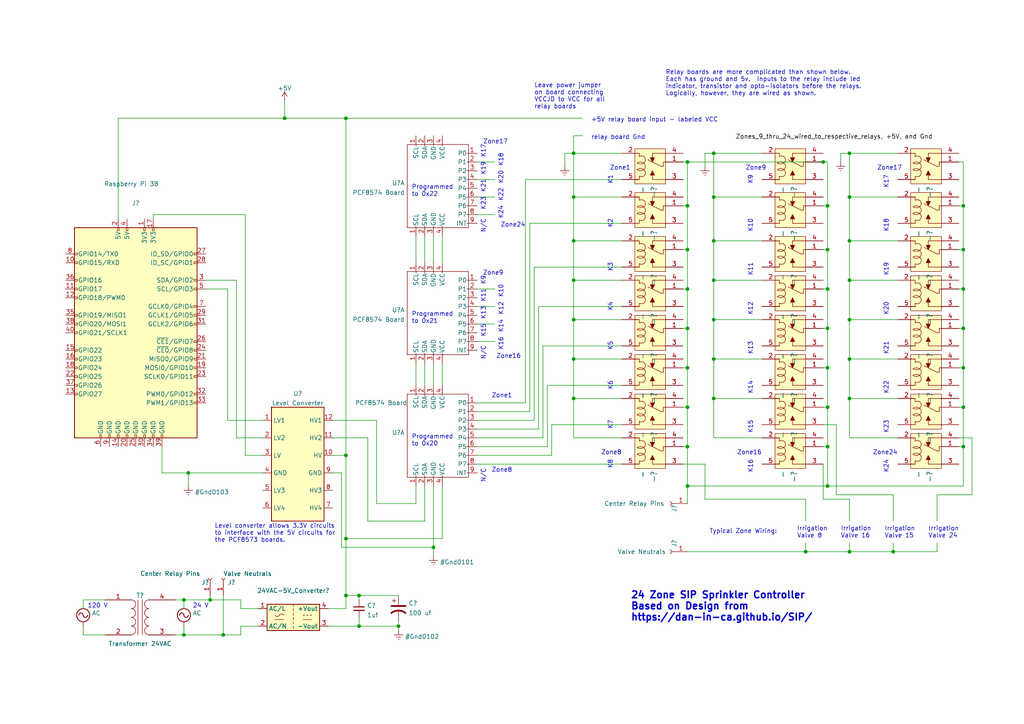
<source format=kicad_sch>
(kicad_sch (version 20211123) (generator eeschema)
  (paper "A4")
  (junction (at 240.03 95.25))
  (junction (at 199.39 106.68))
  (junction (at 100.33 34.29))
  (junction (at 233.68 160.02))
  (junction (at 199.39 129.54))
  (junction (at 207.01 115.57))
  (junction (at 82.55 34.29))
  (junction (at 207.01 57.15))
  (junction (at 166.37 69.85))
  (junction (at 125.73 158.75))
  (junction (at 246.38 81.28))
  (junction (at 199.39 118.11))
  (junction (at 166.37 44.45))
  (junction (at 279.4 59.69))
  (junction (at 199.39 72.39))
  (junction (at 166.37 115.57))
  (junction (at 240.03 59.69))
  (junction (at 240.03 140.97))
  (junction (at 240.03 106.68))
  (junction (at 240.03 72.39))
  (junction (at 53.34 173.99))
  (junction (at 166.37 57.15))
  (junction (at 199.39 140.97))
  (junction (at 100.33 172.72))
  (junction (at 246.38 57.15))
  (junction (at 246.38 104.14))
  (junction (at 166.37 104.14))
  (junction (at 100.33 132.08))
  (junction (at 279.4 106.68))
  (junction (at 199.39 46.99))
  (junction (at 279.4 72.39))
  (junction (at 259.08 160.02))
  (junction (at 115.57 181.61))
  (junction (at 207.01 92.71))
  (junction (at 279.4 83.82))
  (junction (at 104.14 172.72))
  (junction (at 240.03 118.11))
  (junction (at 246.38 69.85))
  (junction (at 207.01 81.28))
  (junction (at 207.01 69.85))
  (junction (at 166.37 92.71))
  (junction (at 240.03 83.82))
  (junction (at 279.4 129.54))
  (junction (at 100.33 156.21))
  (junction (at 53.34 184.15))
  (junction (at 199.39 95.25))
  (junction (at 207.01 44.45))
  (junction (at 199.39 59.69))
  (junction (at 60.96 173.99))
  (junction (at 54.61 137.16))
  (junction (at 238.76 46.99))
  (junction (at 246.38 160.02))
  (junction (at 240.03 129.54))
  (junction (at 64.77 184.15))
  (junction (at 246.38 92.71))
  (junction (at 199.39 83.82))
  (junction (at 166.37 81.28))
  (junction (at 246.38 44.45))
  (junction (at 207.01 104.14))
  (junction (at 279.4 118.11))
  (junction (at 104.14 181.61))
  (junction (at 279.4 95.25))
  (junction (at 246.38 115.57))
  (wire (pts (xy 54.61 137.16) (xy 54.61 140.97)))
  (wire (pts (xy 64.77 184.15) (xy 69.85 184.15)))
  (wire (pts (xy 104.14 172.72) (xy 104.14 173.99)))
  (wire (pts (xy 24.13 173.99) (xy 24.13 176.53)))
  (wire (pts (xy 207.01 69.85) (xy 207.01 81.28)))
  (wire (pts (xy 138.43 119.38) (xy 153.67 119.38)))
  (wire (pts (xy 243.84 44.45) (xy 243.84 46.99)))
  (wire (pts (xy 153.67 119.38) (xy 153.67 64.77)))
  (wire (pts (xy 154.94 121.92) (xy 154.94 77.47)))
  (wire (pts (xy 198.12 83.82) (xy 199.39 83.82)))
  (wire (pts (xy 271.78 157.48) (xy 271.78 160.02)))
  (wire (pts (xy 238.76 129.54) (xy 240.03 129.54)))
  (wire (pts (xy 163.83 48.26) (xy 163.83 44.45)))
  (wire (pts (xy 104.14 172.72) (xy 115.57 172.72)))
  (wire (pts (xy 260.35 57.15) (xy 246.38 57.15)))
  (wire (pts (xy 138.43 62.23) (xy 143.51 62.23)))
  (wire (pts (xy 46.99 137.16) (xy 54.61 137.16)))
  (wire (pts (xy 166.37 44.45) (xy 166.37 39.37)))
  (wire (pts (xy 68.58 127) (xy 76.2 127)))
  (wire (pts (xy 123.19 151.13) (xy 123.19 140.97)))
  (wire (pts (xy 66.04 83.82) (xy 66.04 121.92)))
  (wire (pts (xy 138.43 132.08) (xy 160.02 132.08)))
  (wire (pts (xy 138.43 99.06) (xy 143.51 99.06)))
  (wire (pts (xy 199.39 95.25) (xy 199.39 106.68)))
  (wire (pts (xy 278.13 72.39) (xy 279.4 72.39)))
  (wire (pts (xy 96.52 137.16) (xy 99.06 137.16)))
  (wire (pts (xy 152.4 52.07) (xy 180.34 52.07)))
  (wire (pts (xy 138.43 52.07) (xy 143.51 52.07)))
  (wire (pts (xy 166.37 57.15) (xy 166.37 69.85)))
  (wire (pts (xy 69.85 184.15) (xy 69.85 181.61)))
  (wire (pts (xy 60.96 173.99) (xy 69.85 173.99)))
  (wire (pts (xy 157.48 100.33) (xy 180.34 100.33)))
  (wire (pts (xy 95.25 176.53) (xy 100.33 176.53)))
  (wire (pts (xy 99.06 137.16) (xy 99.06 158.75)))
  (wire (pts (xy 96.52 132.08) (xy 100.33 132.08)))
  (wire (pts (xy 233.68 157.48) (xy 233.68 160.02)))
  (wire (pts (xy 198.12 106.68) (xy 199.39 106.68)))
  (wire (pts (xy 199.39 160.02) (xy 233.68 160.02)))
  (wire (pts (xy 204.47 134.62) (xy 198.12 134.62)))
  (wire (pts (xy 240.03 129.54) (xy 240.03 140.97)))
  (wire (pts (xy 246.38 104.14) (xy 246.38 115.57)))
  (wire (pts (xy 204.47 144.78) (xy 233.68 144.78)))
  (wire (pts (xy 278.13 118.11) (xy 279.4 118.11)))
  (wire (pts (xy 260.35 92.71) (xy 246.38 92.71)))
  (wire (pts (xy 157.48 127) (xy 157.48 100.33)))
  (wire (pts (xy 120.65 68.58) (xy 120.65 76.2)))
  (wire (pts (xy 138.43 57.15) (xy 143.51 57.15)))
  (wire (pts (xy 242.57 143.51) (xy 259.08 143.51)))
  (wire (pts (xy 240.03 72.39) (xy 240.03 83.82)))
  (wire (pts (xy 220.98 69.85) (xy 207.01 69.85)))
  (wire (pts (xy 166.37 115.57) (xy 166.37 127)))
  (wire (pts (xy 207.01 92.71) (xy 207.01 104.14)))
  (wire (pts (xy 281.94 127) (xy 281.94 143.51)))
  (wire (pts (xy 198.12 129.54) (xy 199.39 129.54)))
  (wire (pts (xy 66.04 121.92) (xy 76.2 121.92)))
  (wire (pts (xy 34.29 34.29) (xy 82.55 34.29)))
  (wire (pts (xy 220.98 115.57) (xy 207.01 115.57)))
  (wire (pts (xy 123.19 105.41) (xy 123.19 111.76)))
  (wire (pts (xy 82.55 29.21) (xy 82.55 34.29)))
  (wire (pts (xy 240.03 59.69) (xy 240.03 72.39)))
  (wire (pts (xy 220.98 44.45) (xy 207.01 44.45)))
  (wire (pts (xy 279.4 106.68) (xy 279.4 118.11)))
  (wire (pts (xy 100.33 156.21) (xy 100.33 172.72)))
  (wire (pts (xy 279.4 46.99) (xy 279.4 59.69)))
  (wire (pts (xy 128.27 156.21) (xy 128.27 140.97)))
  (wire (pts (xy 199.39 129.54) (xy 199.39 140.97)))
  (wire (pts (xy 95.25 181.61) (xy 104.14 181.61)))
  (wire (pts (xy 260.35 81.28) (xy 246.38 81.28)))
  (wire (pts (xy 207.01 115.57) (xy 207.01 127)))
  (wire (pts (xy 279.4 95.25) (xy 279.4 106.68)))
  (wire (pts (xy 100.33 172.72) (xy 100.33 176.53)))
  (wire (pts (xy 246.38 44.45) (xy 243.84 44.45)))
  (wire (pts (xy 220.98 104.14) (xy 207.01 104.14)))
  (wire (pts (xy 125.73 158.75) (xy 125.73 140.97)))
  (wire (pts (xy 199.39 140.97) (xy 199.39 146.05)))
  (wire (pts (xy 156.21 124.46) (xy 138.43 124.46)))
  (wire (pts (xy 166.37 69.85) (xy 166.37 81.28)))
  (wire (pts (xy 60.96 172.72) (xy 60.96 173.99)))
  (wire (pts (xy 279.4 72.39) (xy 279.4 83.82)))
  (wire (pts (xy 180.34 44.45) (xy 166.37 44.45)))
  (wire (pts (xy 59.69 83.82) (xy 66.04 83.82)))
  (wire (pts (xy 138.43 116.84) (xy 152.4 116.84)))
  (wire (pts (xy 240.03 83.82) (xy 240.03 95.25)))
  (wire (pts (xy 115.57 181.61) (xy 115.57 182.88)))
  (wire (pts (xy 198.12 72.39) (xy 199.39 72.39)))
  (wire (pts (xy 279.4 118.11) (xy 279.4 129.54)))
  (wire (pts (xy 246.38 69.85) (xy 246.38 81.28)))
  (wire (pts (xy 125.73 68.58) (xy 125.73 76.2)))
  (wire (pts (xy 166.37 92.71) (xy 166.37 104.14)))
  (wire (pts (xy 69.85 176.53) (xy 74.93 176.53)))
  (wire (pts (xy 53.34 173.99) (xy 53.34 176.53)))
  (wire (pts (xy 278.13 106.68) (xy 279.4 106.68)))
  (wire (pts (xy 207.01 44.45) (xy 207.01 57.15)))
  (wire (pts (xy 158.75 129.54) (xy 158.75 111.76)))
  (wire (pts (xy 44.45 62.23) (xy 71.12 62.23)))
  (wire (pts (xy 158.75 111.76) (xy 180.34 111.76)))
  (wire (pts (xy 123.19 68.58) (xy 123.19 76.2)))
  (wire (pts (xy 53.34 184.15) (xy 64.77 184.15)))
  (wire (pts (xy 34.29 34.29) (xy 34.29 63.5)))
  (wire (pts (xy 242.57 123.19) (xy 242.57 143.51)))
  (wire (pts (xy 138.43 88.9) (xy 143.51 88.9)))
  (wire (pts (xy 281.94 143.51) (xy 271.78 143.51)))
  (wire (pts (xy 180.34 127) (xy 166.37 127)))
  (wire (pts (xy 278.13 127) (xy 281.94 127)))
  (wire (pts (xy 44.45 63.5) (xy 44.45 62.23)))
  (wire (pts (xy 50.8 184.15) (xy 53.34 184.15)))
  (wire (pts (xy 240.03 95.25) (xy 240.03 106.68)))
  (wire (pts (xy 238.76 106.68) (xy 240.03 106.68)))
  (wire (pts (xy 128.27 105.41) (xy 128.27 111.76)))
  (wire (pts (xy 246.38 92.71) (xy 246.38 104.14)))
  (wire (pts (xy 50.8 173.99) (xy 53.34 173.99)))
  (wire (pts (xy 71.12 62.23) (xy 71.12 132.08)))
  (wire (pts (xy 199.39 118.11) (xy 199.39 129.54)))
  (wire (pts (xy 207.01 57.15) (xy 207.01 69.85)))
  (wire (pts (xy 278.13 83.82) (xy 279.4 83.82)))
  (wire (pts (xy 259.08 157.48) (xy 259.08 160.02)))
  (wire (pts (xy 96.52 127) (xy 106.68 127)))
  (wire (pts (xy 278.13 129.54) (xy 279.4 129.54)))
  (wire (pts (xy 69.85 173.99) (xy 69.85 176.53)))
  (wire (pts (xy 160.02 123.19) (xy 180.34 123.19)))
  (wire (pts (xy 238.76 144.78) (xy 246.38 144.78)))
  (wire (pts (xy 180.34 69.85) (xy 166.37 69.85)))
  (wire (pts (xy 138.43 134.62) (xy 180.34 134.62)))
  (wire (pts (xy 59.69 81.28) (xy 68.58 81.28)))
  (wire (pts (xy 279.4 59.69) (xy 279.4 72.39)))
  (wire (pts (xy 278.13 59.69) (xy 279.4 59.69)))
  (wire (pts (xy 46.99 129.54) (xy 46.99 137.16)))
  (wire (pts (xy 180.34 88.9) (xy 156.21 88.9)))
  (wire (pts (xy 106.68 151.13) (xy 123.19 151.13)))
  (wire (pts (xy 180.34 92.71) (xy 166.37 92.71)))
  (wire (pts (xy 204.47 44.45) (xy 207.01 44.45)))
  (wire (pts (xy 198.12 118.11) (xy 199.39 118.11)))
  (wire (pts (xy 233.68 144.78) (xy 233.68 151.13)))
  (wire (pts (xy 138.43 93.98) (xy 143.51 93.98)))
  (wire (pts (xy 271.78 143.51) (xy 271.78 151.13)))
  (wire (pts (xy 238.76 46.99) (xy 240.03 46.99)))
  (wire (pts (xy 154.94 77.47) (xy 180.34 77.47)))
  (wire (pts (xy 207.01 81.28) (xy 207.01 92.71)))
  (wire (pts (xy 180.34 115.57) (xy 166.37 115.57)))
  (wire (pts (xy 100.33 34.29) (xy 100.33 132.08)))
  (wire (pts (xy 207.01 104.14) (xy 207.01 115.57)))
  (wire (pts (xy 246.38 57.15) (xy 246.38 69.85)))
  (wire (pts (xy 240.03 46.99) (xy 240.03 59.69)))
  (wire (pts (xy 68.58 81.28) (xy 68.58 127)))
  (wire (pts (xy 100.33 34.29) (xy 168.91 34.29)))
  (wire (pts (xy 180.34 57.15) (xy 166.37 57.15)))
  (wire (pts (xy 240.03 106.68) (xy 240.03 118.11)))
  (wire (pts (xy 238.76 59.69) (xy 240.03 59.69)))
  (wire (pts (xy 53.34 184.15) (xy 53.34 181.61)))
  (wire (pts (xy 204.47 48.26) (xy 204.47 44.45)))
  (wire (pts (xy 125.73 161.29) (xy 125.73 158.75)))
  (wire (pts (xy 138.43 121.92) (xy 154.94 121.92)))
  (wire (pts (xy 260.35 115.57) (xy 246.38 115.57)))
  (wire (pts (xy 54.61 137.16) (xy 76.2 137.16)))
  (wire (pts (xy 260.35 44.45) (xy 246.38 44.45)))
  (wire (pts (xy 246.38 81.28) (xy 246.38 92.71)))
  (wire (pts (xy 240.03 118.11) (xy 240.03 129.54)))
  (wire (pts (xy 109.22 146.05) (xy 109.22 121.92)))
  (wire (pts (xy 156.21 88.9) (xy 156.21 124.46)))
  (wire (pts (xy 278.13 95.25) (xy 279.4 95.25)))
  (wire (pts (xy 279.4 129.54) (xy 279.4 140.97)))
  (wire (pts (xy 99.06 158.75) (xy 125.73 158.75)))
  (wire (pts (xy 104.14 179.07) (xy 104.14 181.61)))
  (wire (pts (xy 233.68 160.02) (xy 246.38 160.02)))
  (wire (pts (xy 238.76 118.11) (xy 240.03 118.11)))
  (wire (pts (xy 30.48 173.99) (xy 24.13 173.99)))
  (wire (pts (xy 120.65 140.97) (xy 120.65 146.05)))
  (wire (pts (xy 246.38 160.02) (xy 259.08 160.02)))
  (wire (pts (xy 220.98 57.15) (xy 207.01 57.15)))
  (wire (pts (xy 120.65 146.05) (xy 109.22 146.05)))
  (wire (pts (xy 166.37 81.28) (xy 166.37 92.71)))
  (wire (pts (xy 163.83 44.45) (xy 166.37 44.45)))
  (wire (pts (xy 246.38 115.57) (xy 246.38 127)))
  (wire (pts (xy 246.38 44.45) (xy 246.38 57.15)))
  (wire (pts (xy 69.85 181.61) (xy 74.93 181.61)))
  (wire (pts (xy 199.39 72.39) (xy 199.39 83.82)))
  (wire (pts (xy 198.12 95.25) (xy 199.39 95.25)))
  (wire (pts (xy 204.47 144.78) (xy 204.47 134.62)))
  (wire (pts (xy 199.39 46.99) (xy 238.76 46.99)))
  (wire (pts (xy 128.27 68.58) (xy 128.27 76.2)))
  (wire (pts (xy 199.39 106.68) (xy 199.39 118.11)))
  (wire (pts (xy 115.57 180.34) (xy 115.57 181.61)))
  (wire (pts (xy 279.4 83.82) (xy 279.4 95.25)))
  (wire (pts (xy 238.76 72.39) (xy 240.03 72.39)))
  (wire (pts (xy 120.65 105.41) (xy 120.65 111.76)))
  (wire (pts (xy 199.39 140.97) (xy 240.03 140.97)))
  (wire (pts (xy 260.35 104.14) (xy 246.38 104.14)))
  (wire (pts (xy 199.39 46.99) (xy 199.39 59.69)))
  (wire (pts (xy 166.37 44.45) (xy 166.37 57.15)))
  (wire (pts (xy 138.43 129.54) (xy 158.75 129.54)))
  (wire (pts (xy 199.39 59.69) (xy 199.39 72.39)))
  (wire (pts (xy 278.13 46.99) (xy 279.4 46.99)))
  (wire (pts (xy 153.67 64.77) (xy 180.34 64.77)))
  (wire (pts (xy 125.73 105.41) (xy 125.73 111.76)))
  (wire (pts (xy 100.33 156.21) (xy 128.27 156.21)))
  (wire (pts (xy 238.76 134.62) (xy 238.76 144.78)))
  (wire (pts (xy 109.22 121.92) (xy 96.52 121.92)))
  (wire (pts (xy 220.98 92.71) (xy 207.01 92.71)))
  (wire (pts (xy 238.76 95.25) (xy 240.03 95.25)))
  (wire (pts (xy 106.68 127) (xy 106.68 151.13)))
  (wire (pts (xy 180.34 81.28) (xy 166.37 81.28)))
  (wire (pts (xy 24.13 181.61) (xy 24.13 184.15)))
  (wire (pts (xy 259.08 160.02) (xy 271.78 160.02)))
  (wire (pts (xy 220.98 81.28) (xy 207.01 81.28)))
  (wire (pts (xy 260.35 127) (xy 246.38 127)))
  (wire (pts (xy 100.33 132.08) (xy 100.33 156.21)))
  (wire (pts (xy 238.76 83.82) (xy 240.03 83.82)))
  (wire (pts (xy 64.77 172.72) (xy 64.77 184.15)))
  (wire (pts (xy 180.34 104.14) (xy 166.37 104.14)))
  (wire (pts (xy 82.55 34.29) (xy 100.33 34.29)))
  (wire (pts (xy 238.76 123.19) (xy 242.57 123.19)))
  (wire (pts (xy 71.12 132.08) (xy 76.2 132.08)))
  (wire (pts (xy 260.35 69.85) (xy 246.38 69.85)))
  (wire (pts (xy 246.38 157.48) (xy 246.38 160.02)))
  (wire (pts (xy 259.08 143.51) (xy 259.08 151.13)))
  (wire (pts (xy 166.37 104.14) (xy 166.37 115.57)))
  (wire (pts (xy 198.12 46.99) (xy 199.39 46.99)))
  (wire (pts (xy 246.38 144.78) (xy 246.38 151.13)))
  (wire (pts (xy 152.4 116.84) (xy 152.4 52.07)))
  (wire (pts (xy 53.34 173.99) (xy 60.96 173.99)))
  (wire (pts (xy 166.37 39.37) (xy 168.91 39.37)))
  (wire (pts (xy 199.39 83.82) (xy 199.39 95.25)))
  (wire (pts (xy 220.98 127) (xy 207.01 127)))
  (wire (pts (xy 104.14 181.61) (xy 115.57 181.61)))
  (wire (pts (xy 138.43 127) (xy 157.48 127)))
  (wire (pts (xy 160.02 132.08) (xy 160.02 123.19)))
  (wire (pts (xy 138.43 46.99) (xy 143.51 46.99)))
  (wire (pts (xy 198.12 59.69) (xy 199.39 59.69)))
  (wire (pts (xy 24.13 184.15) (xy 30.48 184.15)))
  (wire (pts (xy 138.43 83.82) (xy 143.51 83.82)))
  (wire (pts (xy 240.03 140.97) (xy 279.4 140.97)))
  (wire (pts (xy 100.33 172.72) (xy 104.14 172.72)))
  (text "24 Zone SIP Sprinkler Controller\nBased on Design from\nhttps://dan-in-ca.github.io/SIP/" (at 182.88 180.34 0) (effects (font (size 2 2) (thickness 0.4) bold) (justify left bottom)))
  (text "Programmed\nto 0x21" (at 119.38 93.98 0) (effects (font (size 1.27 1.27)) (justify left bottom)))
  (text "K15" (at 218.44 121.92 270) (effects (font (size 1.27 1.27)) (justify right bottom)))
  (text "K11" (at 140.97 83.82 270) (effects (font (size 1.27 1.27)) (justify right bottom)))
  (text "Irrigation\nValve 16" (at 243.84 156.21 0) (effects (font (size 1.27 1.27)) (justify left bottom)))
  (text "K21" (at 140.97 52.07 270) (effects (font (size 1.27 1.27)) (justify right bottom)))
  (text "Zone9" (at 222.25 49.53 180) (effects (font (size 1.27 1.27)) (justify right bottom)))
  (text "K14" (at 146.05 92.71 270) (effects (font (size 1.27 1.27)) (justify right bottom)))
  (text "K17" (at 140.97 41.91 270) (effects (font (size 1.27 1.27)) (justify right bottom)))
  (text "Zone17" (at 261.62 49.53 180) (effects (font (size 1.27 1.27)) (justify right bottom)))
  (text "Zone9" (at 146.05 80.01 180) (effects (font (size 1.27 1.27)) (justify right bottom)))
  (text "Programmed\nto 0x22" (at 119.38 57.15 0) (effects (font (size 1.27 1.27)) (justify left bottom)))
  (text "120 V" (at 25.4 176.53 0) (effects (font (size 1.27 1.27)) (justify left bottom)))
  (text "Zone16" (at 220.98 132.08 180) (effects (font (size 1.27 1.27)) (justify right bottom)))
  (text "K6" (at 177.8 110.49 270) (effects (font (size 1.27 1.27)) (justify right bottom)))
  (text "K9" (at 218.44 50.8 270) (effects (font (size 1.27 1.27)) (justify right bottom)))
  (text "N/C" (at 140.97 63.5 270) (effects (font (size 1.27 1.27)) (justify right bottom)))
  (text "K22" (at 257.81 110.49 270) (effects (font (size 1.27 1.27)) (justify right bottom)))
  (text "Irrigation\nValve 15" (at 256.54 156.21 0) (effects (font (size 1.27 1.27)) (justify left bottom)))
  (text "Zone1" (at 148.59 115.57 180) (effects (font (size 1.27 1.27)) (justify right bottom)))
  (text "K19" (at 140.97 46.99 270) (effects (font (size 1.27 1.27)) (justify right bottom)))
  (text "Zone24" (at 260.35 132.08 180) (effects (font (size 1.27 1.27)) (justify right bottom)))
  (text "K7" (at 177.8 121.92 270) (effects (font (size 1.27 1.27)) (justify right bottom)))
  (text "Typical Zone Wiring:" (at 205.74 154.94 0) (effects (font (size 1.27 1.27)) (justify left bottom)))
  (text "Zone24" (at 152.4 66.04 180) (effects (font (size 1.27 1.27)) (justify right bottom)))
  (text "K20" (at 146.05 49.53 270) (effects (font (size 1.27 1.27)) (justify right bottom)))
  (text "Zone16" (at 151.13 104.14 180) (effects (font (size 1.27 1.27)) (justify right bottom)))
  (text "K10" (at 146.05 82.55 270) (effects (font (size 1.27 1.27)) (justify right bottom)))
  (text "K5" (at 177.8 99.06 270) (effects (font (size 1.27 1.27)) (justify right bottom)))
  (text "Irrigation\nValve 24" (at 269.24 156.21 0) (effects (font (size 1.27 1.27)) (justify left bottom)))
  (text "K16" (at 218.44 133.35 270) (effects (font (size 1.27 1.27)) (justify right bottom)))
  (text "K8" (at 177.8 133.35 270) (effects (font (size 1.27 1.27)) (justify right bottom)))
  (text "Zone8" (at 180.34 132.08 180) (effects (font (size 1.27 1.27)) (justify right bottom)))
  (text "Irrigation\nValve 8" (at 231.14 156.21 0) (effects (font (size 1.27 1.27)) (justify left bottom)))
  (text "K17" (at 257.81 50.8 270) (effects (font (size 1.27 1.27)) (justify right bottom)))
  (text "Zone1" (at 182.88 49.53 180) (effects (font (size 1.27 1.27)) (justify right bottom)))
  (text "K12" (at 146.05 87.63 270) (effects (font (size 1.27 1.27)) (justify right bottom)))
  (text "K18" (at 257.81 63.5 270) (effects (font (size 1.27 1.27)) (justify right bottom)))
  (text "K19" (at 257.81 76.2 270) (effects (font (size 1.27 1.27)) (justify right bottom)))
  (text "K11" (at 218.44 76.2 270) (effects (font (size 1.27 1.27)) (justify right bottom)))
  (text "K16" (at 146.05 97.79 270) (effects (font (size 1.27 1.27)) (justify right bottom)))
  (text "K13" (at 218.44 99.06 270) (effects (font (size 1.27 1.27)) (justify right bottom)))
  (text "N/C" (at 140.97 100.33 270) (effects (font (size 1.27 1.27)) (justify right bottom)))
  (text "Relay boards are more complicated than shown below.\nEach has ground and 5v.  Inputs to the relay include led\nindicator, transistor and opto-isolators before the relays.\nLogically, however, they are wired as shown. " (at 193.04 27.94 0) (effects (font (size 1.27 1.27)) (justify left bottom)))
  (text "K1" (at 177.8 50.8 270) (effects (font (size 1.27 1.27)) (justify right bottom)))
  (text "K20" (at 257.81 87.63 270) (effects (font (size 1.27 1.27)) (justify right bottom)))
  (text "K14" (at 218.44 110.49 270) (effects (font (size 1.27 1.27)) (justify right bottom)))
  (text "K13" (at 140.97 88.9 270) (effects (font (size 1.27 1.27)) (justify right bottom)))
  (text "K24" (at 257.81 133.35 270) (effects (font (size 1.27 1.27)) (justify right bottom)))
  (text "K10" (at 218.44 63.5 270) (effects (font (size 1.27 1.27)) (justify right bottom)))
  (text "K9" (at 140.97 80.01 270) (effects (font (size 1.27 1.27)) (justify right bottom)))
  (text "N/C" (at 140.97 135.89 270) (effects (font (size 1.27 1.27)) (justify right bottom)))
  (text "K12" (at 218.44 87.63 270) (effects (font (size 1.27 1.27)) (justify right bottom)))
  (text "K2" (at 177.8 63.5 270) (effects (font (size 1.27 1.27)) (justify right bottom)))
  (text "Zone8" (at 148.59 137.16 180) (effects (font (size 1.27 1.27)) (justify right bottom)))
  (text "K22" (at 146.05 54.61 270) (effects (font (size 1.27 1.27)) (justify right bottom)))
  (text "Leave power jumper\non board connecting\nVCCJD to VCC for all\nrelay boards" (at 154.94 31.75 0) (effects (font (size 1.27 1.27)) (justify left bottom)))
  (text "+5V relay board input - labeled VCC" (at 171.45 35.56 0) (effects (font (size 1.27 1.27)) (justify left bottom)))
  (text "K4" (at 177.8 87.63 270) (effects (font (size 1.27 1.27)) (justify right bottom)))
  (text "K18" (at 146.05 44.45 270) (effects (font (size 1.27 1.27)) (justify right bottom)))
  (text "K21" (at 257.81 99.06 270) (effects (font (size 1.27 1.27)) (justify right bottom)))
  (text "K15" (at 140.97 93.98 270) (effects (font (size 1.27 1.27)) (justify right bottom)))
  (text "relay board Gnd" (at 171.45 40.64 0) (effects (font (size 1.27 1.27)) (justify left bottom)))
  (text "K23" (at 257.81 121.92 270) (effects (font (size 1.27 1.27)) (justify right bottom)))
  (text "K23" (at 140.97 57.15 270) (effects (font (size 1.27 1.27)) (justify right bottom)))
  (text "K3" (at 177.8 76.2 270) (effects (font (size 1.27 1.27)) (justify right bottom)))
  (text "K24" (at 146.05 59.69 270) (effects (font (size 1.27 1.27)) (justify right bottom)))
  (text "Level converter allows 3.3V circuits\nto interface with the 5V circuits for\nthe PCF8573 boards." (at 62.23 157.48 0) (effects (font (size 1.27 1.27)) (justify left bottom)))
  (text "Zone17" (at 147.32 41.91 180) (effects (font (size 1.27 1.27)) (justify right bottom)))
  (text "Programmed\nto 0x20" (at 119.38 129.54 0) (effects (font (size 1.27 1.27)) (justify left bottom)))
  (text "24 V" (at 55.88 176.53 0) (effects (font (size 1.27 1.27)) (justify left bottom)))
  (label "Zones_9_thru_24_wired_to_respective_relays, +5V, and Gnd" (at 213.36 40.64 0))
  (symbol (lib_id "dk_Automotive-Relays:JSM1-12V-5") (at 267.97 59.69 0) (unit 1)
    (property "Reference" "-?" (at 269.6697 66.675 90) (effects (font (size 1.524 1.524)) (justify right)))
    (property "Value" "-" (at 266.3907 66.675 90) (effects (font (size 1.524 1.524)) (justify right)))
    (property "Footprint" "digikey-footprints:Relay_JSM1-12V-5" (effects hide))
    (property "Datasheet" "https://media.digikey.com/pdf/Data%20Sheets/Panasonic%20Electric%20Works%20PDFs/JS-M_Series_Rev_Dec_2011.pdf" (effects hide))
    (property "Digi-Key_PN" "255-1240-ND" (effects hide))
    (property "MPN" "JSM1-12V-5" (effects hide))
    (property "Category" "Relays" (effects hide))
    (property "Family" "Automotive Relays" (effects hide))
    (property "DK_Datasheet_Link" "https://media.digikey.com/pdf/Data%20Sheets/Panasonic%20Electric%20Works%20PDFs/JS-M_Series_Rev_Dec_2011.pdf" (effects hide))
    (property "DK_Detail_Page" "/product-detail/en/panasonic-electric-works/JSM1-12V-5/255-1240-ND/274764" (effects hide))
    (property "Description" "RELAY AUTOMOTIVE SPDT 15A 12V" (effects hide))
    (property "Manufacturer" "Panasonic Electric Works" (effects hide))
    (property "Status" "Active" (effects hide))
  )
  (symbol (lib_id "dk_Automotive-Relays:JSM1-12V-5") (at 187.96 106.68 0) (unit 1)
    (property "Reference" "-?" (at 189.6597 113.665 90) (effects (font (size 1.524 1.524)) (justify right)))
    (property "Value" "-" (at 186.3807 113.665 90) (effects (font (size 1.524 1.524)) (justify right)))
    (property "Footprint" "digikey-footprints:Relay_JSM1-12V-5" (effects hide))
    (property "Datasheet" "https://media.digikey.com/pdf/Data%20Sheets/Panasonic%20Electric%20Works%20PDFs/JS-M_Series_Rev_Dec_2011.pdf" (effects hide))
    (property "Digi-Key_PN" "255-1240-ND" (effects hide))
    (property "MPN" "JSM1-12V-5" (effects hide))
    (property "Category" "Relays" (effects hide))
    (property "Family" "Automotive Relays" (effects hide))
    (property "DK_Datasheet_Link" "https://media.digikey.com/pdf/Data%20Sheets/Panasonic%20Electric%20Works%20PDFs/JS-M_Series_Rev_Dec_2011.pdf" (effects hide))
    (property "DK_Detail_Page" "/product-detail/en/panasonic-electric-works/JSM1-12V-5/255-1240-ND/274764" (effects hide))
    (property "Description" "RELAY AUTOMOTIVE SPDT 15A 12V" (effects hide))
    (property "Manufacturer" "Panasonic Electric Works" (effects hide))
    (property "Status" "Active" (effects hide))
  )
  (symbol (lib_id "power:Earth") (at 115.57 182.88 0) (unit 1)
    (property "Reference" "Gnd?" (at 117.475 184.629 0) (effects (justify left)))
    (property "Value" "Earth" (effects hide))
  )
  (symbol (lib_id "dk_Automotive-Relays:JSM1-12V-5") (at 267.97 106.68 0) (unit 1)
    (property "Reference" "-?" (at 269.6697 113.665 90) (effects (font (size 1.524 1.524)) (justify right)))
    (property "Value" "-" (at 266.3907 113.665 90) (effects (font (size 1.524 1.524)) (justify right)))
    (property "Footprint" "digikey-footprints:Relay_JSM1-12V-5" (effects hide))
    (property "Datasheet" "https://media.digikey.com/pdf/Data%20Sheets/Panasonic%20Electric%20Works%20PDFs/JS-M_Series_Rev_Dec_2011.pdf" (effects hide))
    (property "Digi-Key_PN" "255-1240-ND" (effects hide))
    (property "MPN" "JSM1-12V-5" (effects hide))
    (property "Category" "Relays" (effects hide))
    (property "Family" "Automotive Relays" (effects hide))
    (property "DK_Datasheet_Link" "https://media.digikey.com/pdf/Data%20Sheets/Panasonic%20Electric%20Works%20PDFs/JS-M_Series_Rev_Dec_2011.pdf" (effects hide))
    (property "DK_Detail_Page" "/product-detail/en/panasonic-electric-works/JSM1-12V-5/255-1240-ND/274764" (effects hide))
    (property "Description" "RELAY AUTOMOTIVE SPDT 15A 12V" (effects hide))
    (property "Manufacturer" "Panasonic Electric Works" (effects hide))
    (property "Status" "Active" (effects hide))
  )
  (symbol (lib_id "power:AC") (at 24.13 181.61 0) (unit 1)
    (property "Reference" "#PWR?" (effects hide))
    (property "Value" "AC" (at 27.94 177.8 0))
  )
  (symbol (lib_id "Connector:Raspberry_Pi_2_3") (at 39.37 96.52 0) (unit 1)
    (property "Reference" "J?" (at 39.37 58.9026 0))
    (property "Value" "Raspberry Pi 3B" (at 38.1 53.34 0))
    (property "Datasheet" "https://www.raspberrypi.org/documentation/hardware/raspberrypi/schematics/rpi_SCH_3bplus_1p0_reduced.pdf" (effects hide))
  )
  (symbol (lib_id "New_Library:PCF8574") (at 124.46 129.54 0) (unit 1)
    (property "Reference" "U?" (at 117.3988 125.4565 0) (effects (justify right)))
    (property "Value" "PCF8574 Board" (at 118.11 116.84 0) (effects (justify right)))
  )
  (symbol (lib_id "dk_Automotive-Relays:JSM1-12V-5") (at 267.97 95.25 0) (unit 1)
    (property "Reference" "-?" (at 269.6697 102.235 90) (effects (font (size 1.524 1.524)) (justify right)))
    (property "Value" "-" (at 266.3907 102.235 90) (effects (font (size 1.524 1.524)) (justify right)))
    (property "Footprint" "digikey-footprints:Relay_JSM1-12V-5" (effects hide))
    (property "Datasheet" "https://media.digikey.com/pdf/Data%20Sheets/Panasonic%20Electric%20Works%20PDFs/JS-M_Series_Rev_Dec_2011.pdf" (effects hide))
    (property "Digi-Key_PN" "255-1240-ND" (effects hide))
    (property "MPN" "JSM1-12V-5" (effects hide))
    (property "Category" "Relays" (effects hide))
    (property "Family" "Automotive Relays" (effects hide))
    (property "DK_Datasheet_Link" "https://media.digikey.com/pdf/Data%20Sheets/Panasonic%20Electric%20Works%20PDFs/JS-M_Series_Rev_Dec_2011.pdf" (effects hide))
    (property "DK_Detail_Page" "/product-detail/en/panasonic-electric-works/JSM1-12V-5/255-1240-ND/274764" (effects hide))
    (property "Description" "RELAY AUTOMOTIVE SPDT 15A 12V" (effects hide))
    (property "Manufacturer" "Panasonic Electric Works" (effects hide))
    (property "Status" "Active" (effects hide))
  )
  (symbol (lib_id "power:AC") (at 53.34 181.61 0) (unit 1)
    (property "Reference" "#PWR?" (effects hide))
    (property "Value" "AC" (at 57.15 177.8 0))
  )
  (symbol (lib_id "Device:C_Small") (at 104.14 176.53 0) (unit 1)
    (property "Reference" "C?" (at 106.4641 175.6278 0) (effects (justify left)))
    (property "Value" "1uf" (at 106.4641 178.4029 0) (effects (justify left)))
  )
  (symbol (lib_id "dk_Automotive-Relays:JSM1-12V-5") (at 187.96 83.82 0) (unit 1)
    (property "Reference" "-?" (at 189.6597 90.805 90) (effects (font (size 1.524 1.524)) (justify right)))
    (property "Value" "-" (at 186.3807 90.805 90) (effects (font (size 1.524 1.524)) (justify right)))
    (property "Footprint" "digikey-footprints:Relay_JSM1-12V-5" (effects hide))
    (property "Datasheet" "https://media.digikey.com/pdf/Data%20Sheets/Panasonic%20Electric%20Works%20PDFs/JS-M_Series_Rev_Dec_2011.pdf" (effects hide))
    (property "Digi-Key_PN" "255-1240-ND" (effects hide))
    (property "MPN" "JSM1-12V-5" (effects hide))
    (property "Category" "Relays" (effects hide))
    (property "Family" "Automotive Relays" (effects hide))
    (property "DK_Datasheet_Link" "https://media.digikey.com/pdf/Data%20Sheets/Panasonic%20Electric%20Works%20PDFs/JS-M_Series_Rev_Dec_2011.pdf" (effects hide))
    (property "DK_Detail_Page" "/product-detail/en/panasonic-electric-works/JSM1-12V-5/255-1240-ND/274764" (effects hide))
    (property "Description" "RELAY AUTOMOTIVE SPDT 15A 12V" (effects hide))
    (property "Manufacturer" "Panasonic Electric Works" (effects hide))
    (property "Status" "Active" (effects hide))
  )
  (symbol (lib_id "dk_Automotive-Relays:JSM1-12V-5") (at 228.6 59.69 0) (unit 1)
    (property "Reference" "-?" (at 230.2997 66.675 90) (effects (font (size 1.524 1.524)) (justify right)))
    (property "Value" "-" (at 227.0207 66.675 90) (effects (font (size 1.524 1.524)) (justify right)))
    (property "Footprint" "digikey-footprints:Relay_JSM1-12V-5" (effects hide))
    (property "Datasheet" "https://media.digikey.com/pdf/Data%20Sheets/Panasonic%20Electric%20Works%20PDFs/JS-M_Series_Rev_Dec_2011.pdf" (effects hide))
    (property "Digi-Key_PN" "255-1240-ND" (effects hide))
    (property "MPN" "JSM1-12V-5" (effects hide))
    (property "Category" "Relays" (effects hide))
    (property "Family" "Automotive Relays" (effects hide))
    (property "DK_Datasheet_Link" "https://media.digikey.com/pdf/Data%20Sheets/Panasonic%20Electric%20Works%20PDFs/JS-M_Series_Rev_Dec_2011.pdf" (effects hide))
    (property "DK_Detail_Page" "/product-detail/en/panasonic-electric-works/JSM1-12V-5/255-1240-ND/274764" (effects hide))
    (property "Description" "RELAY AUTOMOTIVE SPDT 15A 12V" (effects hide))
    (property "Manufacturer" "Panasonic Electric Works" (effects hide))
    (property "Status" "Active" (effects hide))
  )
  (symbol (lib_id "power:Earth") (at 204.47 48.26 0) (unit 1)
    (property "Reference" "#PWR?" (effects hide))
    (property "Value" "Earth" (effects hide))
  )
  (symbol (lib_id "New_Library:PCF8574") (at 124.46 57.15 0) (unit 1)
    (property "Reference" "U?" (at 117.3988 53.0665 0) (effects (justify right)))
    (property "Value" "PCF8574 Board" (at 117.3988 55.8416 0) (effects (justify right)))
  )
  (symbol (lib_id "Connector:Conn_01x01_Female") (at 194.31 146.05 180) (unit 1)
    (property "Reference" "J?" (at 195.58 148.59 90) (effects (justify right)))
    (property "Value" "Center Relay Pins" (at 175.26 146.05 0) (effects (justify right)))
  )
  (symbol (lib_id "dk_Automotive-Relays:JSM1-12V-5") (at 267.97 118.11 0) (unit 1)
    (property "Reference" "-?" (at 269.6697 125.095 90) (effects (font (size 1.524 1.524)) (justify right)))
    (property "Value" "-" (at 266.3907 125.095 90) (effects (font (size 1.524 1.524)) (justify right)))
    (property "Footprint" "digikey-footprints:Relay_JSM1-12V-5" (effects hide))
    (property "Datasheet" "https://media.digikey.com/pdf/Data%20Sheets/Panasonic%20Electric%20Works%20PDFs/JS-M_Series_Rev_Dec_2011.pdf" (effects hide))
    (property "Digi-Key_PN" "255-1240-ND" (effects hide))
    (property "MPN" "JSM1-12V-5" (effects hide))
    (property "Category" "Relays" (effects hide))
    (property "Family" "Automotive Relays" (effects hide))
    (property "DK_Datasheet_Link" "https://media.digikey.com/pdf/Data%20Sheets/Panasonic%20Electric%20Works%20PDFs/JS-M_Series_Rev_Dec_2011.pdf" (effects hide))
    (property "DK_Detail_Page" "/product-detail/en/panasonic-electric-works/JSM1-12V-5/255-1240-ND/274764" (effects hide))
    (property "Description" "RELAY AUTOMOTIVE SPDT 15A 12V" (effects hide))
    (property "Manufacturer" "Panasonic Electric Works" (effects hide))
    (property "Status" "Active" (effects hide))
  )
  (symbol (lib_id "dk_Automotive-Relays:JSM1-12V-5") (at 228.6 46.99 0) (unit 1)
    (property "Reference" "-?" (at 230.2997 53.975 90) (effects (font (size 1.524 1.524)) (justify right)))
    (property "Value" "-" (at 227.0207 53.975 90) (effects (font (size 1.524 1.524)) (justify right)))
    (property "Footprint" "digikey-footprints:Relay_JSM1-12V-5" (effects hide))
    (property "Datasheet" "https://media.digikey.com/pdf/Data%20Sheets/Panasonic%20Electric%20Works%20PDFs/JS-M_Series_Rev_Dec_2011.pdf" (effects hide))
    (property "Digi-Key_PN" "255-1240-ND" (effects hide))
    (property "MPN" "JSM1-12V-5" (effects hide))
    (property "Category" "Relays" (effects hide))
    (property "Family" "Automotive Relays" (effects hide))
    (property "DK_Datasheet_Link" "https://media.digikey.com/pdf/Data%20Sheets/Panasonic%20Electric%20Works%20PDFs/JS-M_Series_Rev_Dec_2011.pdf" (effects hide))
    (property "DK_Detail_Page" "/product-detail/en/panasonic-electric-works/JSM1-12V-5/255-1240-ND/274764" (effects hide))
    (property "Description" "RELAY AUTOMOTIVE SPDT 15A 12V" (effects hide))
    (property "Manufacturer" "Panasonic Electric Works" (effects hide))
    (property "Status" "Active" (effects hide))
  )
  (symbol (lib_id "dk_Automotive-Relays:JSM1-12V-5") (at 228.6 83.82 0) (unit 1)
    (property "Reference" "-?" (at 230.2997 90.805 90) (effects (font (size 1.524 1.524)) (justify right)))
    (property "Value" "-" (at 227.0207 90.805 90) (effects (font (size 1.524 1.524)) (justify right)))
    (property "Footprint" "digikey-footprints:Relay_JSM1-12V-5" (effects hide))
    (property "Datasheet" "https://media.digikey.com/pdf/Data%20Sheets/Panasonic%20Electric%20Works%20PDFs/JS-M_Series_Rev_Dec_2011.pdf" (effects hide))
    (property "Digi-Key_PN" "255-1240-ND" (effects hide))
    (property "MPN" "JSM1-12V-5" (effects hide))
    (property "Category" "Relays" (effects hide))
    (property "Family" "Automotive Relays" (effects hide))
    (property "DK_Datasheet_Link" "https://media.digikey.com/pdf/Data%20Sheets/Panasonic%20Electric%20Works%20PDFs/JS-M_Series_Rev_Dec_2011.pdf" (effects hide))
    (property "DK_Detail_Page" "/product-detail/en/panasonic-electric-works/JSM1-12V-5/255-1240-ND/274764" (effects hide))
    (property "Description" "RELAY AUTOMOTIVE SPDT 15A 12V" (effects hide))
    (property "Manufacturer" "Panasonic Electric Works" (effects hide))
    (property "Status" "Active" (effects hide))
  )
  (symbol (lib_id "power:Earth") (at 243.84 46.99 0) (unit 1)
    (property "Reference" "#PWR?" (effects hide))
    (property "Value" "Earth" (effects hide))
  )
  (symbol (lib_id "dk_Automotive-Relays:JSM1-12V-5") (at 228.6 118.11 0) (unit 1)
    (property "Reference" "-?" (at 230.2997 125.095 90) (effects (font (size 1.524 1.524)) (justify right)))
    (property "Value" "-" (at 227.0207 125.095 90) (effects (font (size 1.524 1.524)) (justify right)))
    (property "Footprint" "digikey-footprints:Relay_JSM1-12V-5" (effects hide))
    (property "Datasheet" "https://media.digikey.com/pdf/Data%20Sheets/Panasonic%20Electric%20Works%20PDFs/JS-M_Series_Rev_Dec_2011.pdf" (effects hide))
    (property "Digi-Key_PN" "255-1240-ND" (effects hide))
    (property "MPN" "JSM1-12V-5" (effects hide))
    (property "Category" "Relays" (effects hide))
    (property "Family" "Automotive Relays" (effects hide))
    (property "DK_Datasheet_Link" "https://media.digikey.com/pdf/Data%20Sheets/Panasonic%20Electric%20Works%20PDFs/JS-M_Series_Rev_Dec_2011.pdf" (effects hide))
    (property "DK_Detail_Page" "/product-detail/en/panasonic-electric-works/JSM1-12V-5/255-1240-ND/274764" (effects hide))
    (property "Description" "RELAY AUTOMOTIVE SPDT 15A 12V" (effects hide))
    (property "Manufacturer" "Panasonic Electric Works" (effects hide))
    (property "Status" "Active" (effects hide))
  )
  (symbol (lib_id "dk_Automotive-Relays:JSM1-12V-5") (at 228.6 72.39 0) (unit 1)
    (property "Reference" "-?" (at 230.2997 79.375 90) (effects (font (size 1.524 1.524)) (justify right)))
    (property "Value" "-" (at 227.0207 79.375 90) (effects (font (size 1.524 1.524)) (justify right)))
    (property "Footprint" "digikey-footprints:Relay_JSM1-12V-5" (effects hide))
    (property "Datasheet" "https://media.digikey.com/pdf/Data%20Sheets/Panasonic%20Electric%20Works%20PDFs/JS-M_Series_Rev_Dec_2011.pdf" (effects hide))
    (property "Digi-Key_PN" "255-1240-ND" (effects hide))
    (property "MPN" "JSM1-12V-5" (effects hide))
    (property "Category" "Relays" (effects hide))
    (property "Family" "Automotive Relays" (effects hide))
    (property "DK_Datasheet_Link" "https://media.digikey.com/pdf/Data%20Sheets/Panasonic%20Electric%20Works%20PDFs/JS-M_Series_Rev_Dec_2011.pdf" (effects hide))
    (property "DK_Detail_Page" "/product-detail/en/panasonic-electric-works/JSM1-12V-5/255-1240-ND/274764" (effects hide))
    (property "Description" "RELAY AUTOMOTIVE SPDT 15A 12V" (effects hide))
    (property "Manufacturer" "Panasonic Electric Works" (effects hide))
    (property "Status" "Active" (effects hide))
  )
  (symbol (lib_id "Logic_LevelTranslator:TXBN0304RUT") (at 86.36 133.35 0) (unit 1)
    (property "Reference" "U?" (at 86.36 114.1435 0))
    (property "Value" "Level Converter" (at 86.36 116.9186 0))
    (property "Footprint" "Package_DFN_QFN:Texas_R_PUQFN-N12" (effects hide))
    (property "Datasheet" "http://www.ti.com/lit/ds/symlink/txb0304.pdf" (effects hide))
  )
  (symbol (lib_id "dk_Automotive-Relays:JSM1-12V-5") (at 187.96 129.54 0) (unit 1)
    (property "Reference" "-?" (at 189.6597 136.525 90) (effects (font (size 1.524 1.524)) (justify right)))
    (property "Value" "-" (at 186.3807 136.525 90) (effects (font (size 1.524 1.524)) (justify right)))
    (property "Footprint" "digikey-footprints:Relay_JSM1-12V-5" (effects hide))
    (property "Datasheet" "https://media.digikey.com/pdf/Data%20Sheets/Panasonic%20Electric%20Works%20PDFs/JS-M_Series_Rev_Dec_2011.pdf" (effects hide))
    (property "Digi-Key_PN" "255-1240-ND" (effects hide))
    (property "MPN" "JSM1-12V-5" (effects hide))
    (property "Category" "Relays" (effects hide))
    (property "Family" "Automotive Relays" (effects hide))
    (property "DK_Datasheet_Link" "https://media.digikey.com/pdf/Data%20Sheets/Panasonic%20Electric%20Works%20PDFs/JS-M_Series_Rev_Dec_2011.pdf" (effects hide))
    (property "DK_Detail_Page" "/product-detail/en/panasonic-electric-works/JSM1-12V-5/255-1240-ND/274764" (effects hide))
    (property "Description" "RELAY AUTOMOTIVE SPDT 15A 12V" (effects hide))
    (property "Manufacturer" "Panasonic Electric Works" (effects hide))
    (property "Status" "Active" (effects hide))
  )
  (symbol (lib_id "dk_Automotive-Relays:JSM1-12V-5") (at 187.96 95.25 0) (unit 1)
    (property "Reference" "-?" (at 189.6597 102.235 90) (effects (font (size 1.524 1.524)) (justify right)))
    (property "Value" "-" (at 186.3807 102.235 90) (effects (font (size 1.524 1.524)) (justify right)))
    (property "Footprint" "digikey-footprints:Relay_JSM1-12V-5" (effects hide))
    (property "Datasheet" "https://media.digikey.com/pdf/Data%20Sheets/Panasonic%20Electric%20Works%20PDFs/JS-M_Series_Rev_Dec_2011.pdf" (effects hide))
    (property "Digi-Key_PN" "255-1240-ND" (effects hide))
    (property "MPN" "JSM1-12V-5" (effects hide))
    (property "Category" "Relays" (effects hide))
    (property "Family" "Automotive Relays" (effects hide))
    (property "DK_Datasheet_Link" "https://media.digikey.com/pdf/Data%20Sheets/Panasonic%20Electric%20Works%20PDFs/JS-M_Series_Rev_Dec_2011.pdf" (effects hide))
    (property "DK_Detail_Page" "/product-detail/en/panasonic-electric-works/JSM1-12V-5/255-1240-ND/274764" (effects hide))
    (property "Description" "RELAY AUTOMOTIVE SPDT 15A 12V" (effects hide))
    (property "Manufacturer" "Panasonic Electric Works" (effects hide))
    (property "Status" "Active" (effects hide))
  )
  (symbol (lib_id "dk_Automotive-Relays:JSM1-12V-5") (at 187.96 59.69 0) (unit 1)
    (property "Reference" "-?" (at 189.6597 66.675 90) (effects (font (size 1.524 1.524)) (justify right)))
    (property "Value" "-" (at 186.3807 66.675 90) (effects (font (size 1.524 1.524)) (justify right)))
    (property "Footprint" "digikey-footprints:Relay_JSM1-12V-5" (effects hide))
    (property "Datasheet" "https://media.digikey.com/pdf/Data%20Sheets/Panasonic%20Electric%20Works%20PDFs/JS-M_Series_Rev_Dec_2011.pdf" (effects hide))
    (property "Digi-Key_PN" "255-1240-ND" (effects hide))
    (property "MPN" "JSM1-12V-5" (effects hide))
    (property "Category" "Relays" (effects hide))
    (property "Family" "Automotive Relays" (effects hide))
    (property "DK_Datasheet_Link" "https://media.digikey.com/pdf/Data%20Sheets/Panasonic%20Electric%20Works%20PDFs/JS-M_Series_Rev_Dec_2011.pdf" (effects hide))
    (property "DK_Detail_Page" "/product-detail/en/panasonic-electric-works/JSM1-12V-5/255-1240-ND/274764" (effects hide))
    (property "Description" "RELAY AUTOMOTIVE SPDT 15A 12V" (effects hide))
    (property "Manufacturer" "Panasonic Electric Works" (effects hide))
    (property "Status" "Active" (effects hide))
  )
  (symbol (lib_id "dk_Automotive-Relays:JSM1-12V-5") (at 267.97 129.54 0) (unit 1)
    (property "Reference" "-?" (at 269.6697 136.525 90) (effects (font (size 1.524 1.524)) (justify right)))
    (property "Value" "-" (at 266.3907 136.525 90) (effects (font (size 1.524 1.524)) (justify right)))
    (property "Footprint" "digikey-footprints:Relay_JSM1-12V-5" (effects hide))
    (property "Datasheet" "https://media.digikey.com/pdf/Data%20Sheets/Panasonic%20Electric%20Works%20PDFs/JS-M_Series_Rev_Dec_2011.pdf" (effects hide))
    (property "Digi-Key_PN" "255-1240-ND" (effects hide))
    (property "MPN" "JSM1-12V-5" (effects hide))
    (property "Category" "Relays" (effects hide))
    (property "Family" "Automotive Relays" (effects hide))
    (property "DK_Datasheet_Link" "https://media.digikey.com/pdf/Data%20Sheets/Panasonic%20Electric%20Works%20PDFs/JS-M_Series_Rev_Dec_2011.pdf" (effects hide))
    (property "DK_Detail_Page" "/product-detail/en/panasonic-electric-works/JSM1-12V-5/255-1240-ND/274764" (effects hide))
    (property "Description" "RELAY AUTOMOTIVE SPDT 15A 12V" (effects hide))
    (property "Manufacturer" "Panasonic Electric Works" (effects hide))
    (property "Status" "Active" (effects hide))
  )
  (symbol (lib_id "Device:Transformer_1P_1S") (at 40.64 179.07 0) (unit 1)
    (property "Reference" "T?" (at 40.64 172.72 0))
    (property "Value" "Transformer 24VAC" (at 40.64 186.69 0))
  )
  (symbol (lib_id "dk_Automotive-Relays:JSM1-12V-5") (at 187.96 118.11 0) (unit 1)
    (property "Reference" "-?" (at 189.6597 125.095 90) (effects (font (size 1.524 1.524)) (justify right)))
    (property "Value" "-" (at 186.3807 125.095 90) (effects (font (size 1.524 1.524)) (justify right)))
    (property "Footprint" "digikey-footprints:Relay_JSM1-12V-5" (effects hide))
    (property "Datasheet" "https://media.digikey.com/pdf/Data%20Sheets/Panasonic%20Electric%20Works%20PDFs/JS-M_Series_Rev_Dec_2011.pdf" (effects hide))
    (property "Digi-Key_PN" "255-1240-ND" (effects hide))
    (property "MPN" "JSM1-12V-5" (effects hide))
    (property "Category" "Relays" (effects hide))
    (property "Family" "Automotive Relays" (effects hide))
    (property "DK_Datasheet_Link" "https://media.digikey.com/pdf/Data%20Sheets/Panasonic%20Electric%20Works%20PDFs/JS-M_Series_Rev_Dec_2011.pdf" (effects hide))
    (property "DK_Detail_Page" "/product-detail/en/panasonic-electric-works/JSM1-12V-5/255-1240-ND/274764" (effects hide))
    (property "Description" "RELAY AUTOMOTIVE SPDT 15A 12V" (effects hide))
    (property "Manufacturer" "Panasonic Electric Works" (effects hide))
    (property "Status" "Active" (effects hide))
  )
  (symbol (lib_id "Connector:Conn_01x01_Female") (at 194.31 160.02 180) (unit 1)
    (property "Reference" "J?" (at 195.58 158.75 90) (effects (justify right)))
    (property "Value" "Valve Neutrals" (at 179.07 160.02 0) (effects (justify right)))
  )
  (symbol (lib_id "power:Earth") (at 125.73 161.29 0) (unit 1)
    (property "Reference" "Gnd?" (at 127.635 163.039 0) (effects (justify left)))
    (property "Value" "Earth" (effects hide))
  )
  (symbol (lib_id "Converter_ACDC:HLK-PM01") (at 85.09 179.07 0) (unit 1)
    (property "Reference" "24VAC-5V_Converter?" (at 85.09 171.2935 0))
    (property "Value" " " (at 85.09 174.0686 0))
    (property "Footprint" "Converter_ACDC:Converter_ACDC_HiLink_HLK-PMxx" (effects hide))
    (property "Datasheet" "http://www.hlktech.net/product_detail.php?ProId=54" (effects hide))
  )
  (symbol (lib_id "dk_Automotive-Relays:JSM1-12V-5") (at 187.96 46.99 0) (unit 1)
    (property "Reference" "-?" (at 189.6597 53.975 90) (effects (font (size 1.524 1.524)) (justify right)))
    (property "Value" "-" (at 186.3807 53.975 90) (effects (font (size 1.524 1.524)) (justify right)))
    (property "Footprint" "digikey-footprints:Relay_JSM1-12V-5" (effects hide))
    (property "Datasheet" "https://media.digikey.com/pdf/Data%20Sheets/Panasonic%20Electric%20Works%20PDFs/JS-M_Series_Rev_Dec_2011.pdf" (effects hide))
    (property "Digi-Key_PN" "255-1240-ND" (effects hide))
    (property "MPN" "JSM1-12V-5" (effects hide))
    (property "Category" "Relays" (effects hide))
    (property "Family" "Automotive Relays" (effects hide))
    (property "DK_Datasheet_Link" "https://media.digikey.com/pdf/Data%20Sheets/Panasonic%20Electric%20Works%20PDFs/JS-M_Series_Rev_Dec_2011.pdf" (effects hide))
    (property "DK_Detail_Page" "/product-detail/en/panasonic-electric-works/JSM1-12V-5/255-1240-ND/274764" (effects hide))
    (property "Description" "RELAY AUTOMOTIVE SPDT 15A 12V" (effects hide))
    (property "Manufacturer" "Panasonic Electric Works" (effects hide))
    (property "Status" "Active" (effects hide))
  )
  (symbol (lib_id "dk_Automotive-Relays:JSM1-12V-5") (at 267.97 46.99 0) (unit 1)
    (property "Reference" "-?" (at 269.6697 53.975 90) (effects (font (size 1.524 1.524)) (justify right)))
    (property "Value" "-" (at 266.3907 53.975 90) (effects (font (size 1.524 1.524)) (justify right)))
    (property "Footprint" "digikey-footprints:Relay_JSM1-12V-5" (effects hide))
    (property "Datasheet" "https://media.digikey.com/pdf/Data%20Sheets/Panasonic%20Electric%20Works%20PDFs/JS-M_Series_Rev_Dec_2011.pdf" (effects hide))
    (property "Digi-Key_PN" "255-1240-ND" (effects hide))
    (property "MPN" "JSM1-12V-5" (effects hide))
    (property "Category" "Relays" (effects hide))
    (property "Family" "Automotive Relays" (effects hide))
    (property "DK_Datasheet_Link" "https://media.digikey.com/pdf/Data%20Sheets/Panasonic%20Electric%20Works%20PDFs/JS-M_Series_Rev_Dec_2011.pdf" (effects hide))
    (property "DK_Detail_Page" "/product-detail/en/panasonic-electric-works/JSM1-12V-5/255-1240-ND/274764" (effects hide))
    (property "Description" "RELAY AUTOMOTIVE SPDT 15A 12V" (effects hide))
    (property "Manufacturer" "Panasonic Electric Works" (effects hide))
    (property "Status" "Active" (effects hide))
  )
  (symbol (lib_id "dk_Automotive-Relays:JSM1-12V-5") (at 228.6 95.25 0) (unit 1)
    (property "Reference" "-?" (at 230.2997 102.235 90) (effects (font (size 1.524 1.524)) (justify right)))
    (property "Value" "-" (at 227.0207 102.235 90) (effects (font (size 1.524 1.524)) (justify right)))
    (property "Footprint" "digikey-footprints:Relay_JSM1-12V-5" (effects hide))
    (property "Datasheet" "https://media.digikey.com/pdf/Data%20Sheets/Panasonic%20Electric%20Works%20PDFs/JS-M_Series_Rev_Dec_2011.pdf" (effects hide))
    (property "Digi-Key_PN" "255-1240-ND" (effects hide))
    (property "MPN" "JSM1-12V-5" (effects hide))
    (property "Category" "Relays" (effects hide))
    (property "Family" "Automotive Relays" (effects hide))
    (property "DK_Datasheet_Link" "https://media.digikey.com/pdf/Data%20Sheets/Panasonic%20Electric%20Works%20PDFs/JS-M_Series_Rev_Dec_2011.pdf" (effects hide))
    (property "DK_Detail_Page" "/product-detail/en/panasonic-electric-works/JSM1-12V-5/255-1240-ND/274764" (effects hide))
    (property "Description" "RELAY AUTOMOTIVE SPDT 15A 12V" (effects hide))
    (property "Manufacturer" "Panasonic Electric Works" (effects hide))
    (property "Status" "Active" (effects hide))
  )
  (symbol (lib_id "Connector:Conn_01x01_Female") (at 60.96 167.64 90) (unit 1)
    (property "Reference" "J?" (at 58.42 168.91 90) (effects (justify right)))
    (property "Value" "Center Relay Pins" (at 40.64 166.37 90) (effects (justify right)))
  )
  (symbol (lib_id "dk_Automotive-Relays:JSM1-12V-5") (at 228.6 106.68 0) (unit 1)
    (property "Reference" "-?" (at 230.2997 113.665 90) (effects (font (size 1.524 1.524)) (justify right)))
    (property "Value" "-" (at 227.0207 113.665 90) (effects (font (size 1.524 1.524)) (justify right)))
    (property "Footprint" "digikey-footprints:Relay_JSM1-12V-5" (effects hide))
    (property "Datasheet" "https://media.digikey.com/pdf/Data%20Sheets/Panasonic%20Electric%20Works%20PDFs/JS-M_Series_Rev_Dec_2011.pdf" (effects hide))
    (property "Digi-Key_PN" "255-1240-ND" (effects hide))
    (property "MPN" "JSM1-12V-5" (effects hide))
    (property "Category" "Relays" (effects hide))
    (property "Family" "Automotive Relays" (effects hide))
    (property "DK_Datasheet_Link" "https://media.digikey.com/pdf/Data%20Sheets/Panasonic%20Electric%20Works%20PDFs/JS-M_Series_Rev_Dec_2011.pdf" (effects hide))
    (property "DK_Detail_Page" "/product-detail/en/panasonic-electric-works/JSM1-12V-5/255-1240-ND/274764" (effects hide))
    (property "Description" "RELAY AUTOMOTIVE SPDT 15A 12V" (effects hide))
    (property "Manufacturer" "Panasonic Electric Works" (effects hide))
    (property "Status" "Active" (effects hide))
  )
  (symbol (lib_id "power:Earth") (at 54.61 140.97 0) (unit 1)
    (property "Reference" "Gnd?" (at 56.515 142.719 0) (effects (justify left)))
    (property "Value" "Earth" (effects hide))
  )
  (symbol (lib_id "New_Library:PCF8574") (at 124.46 93.98 0) (unit 1)
    (property "Reference" "U?" (at 117.3988 89.8965 0) (effects (justify right)))
    (property "Value" "PCF8574 Board" (at 117.3988 92.6716 0) (effects (justify right)))
  )
  (symbol (lib_id "Connector:Conn_01x01_Female") (at 64.77 167.64 90) (unit 1)
    (property "Reference" "J?" (at 66.04 168.91 90) (effects (justify right)))
    (property "Value" "Valve Neutrals" (at 64.77 166.37 90) (effects (justify right)))
  )
  (symbol (lib_id "dk_Automotive-Relays:JSM1-12V-5") (at 228.6 129.54 0) (unit 1)
    (property "Reference" "-?" (at 230.2997 136.525 90) (effects (font (size 1.524 1.524)) (justify right)))
    (property "Value" "-" (at 227.0207 136.525 90) (effects (font (size 1.524 1.524)) (justify right)))
    (property "Footprint" "digikey-footprints:Relay_JSM1-12V-5" (effects hide))
    (property "Datasheet" "https://media.digikey.com/pdf/Data%20Sheets/Panasonic%20Electric%20Works%20PDFs/JS-M_Series_Rev_Dec_2011.pdf" (effects hide))
    (property "Digi-Key_PN" "255-1240-ND" (effects hide))
    (property "MPN" "JSM1-12V-5" (effects hide))
    (property "Category" "Relays" (effects hide))
    (property "Family" "Automotive Relays" (effects hide))
    (property "DK_Datasheet_Link" "https://media.digikey.com/pdf/Data%20Sheets/Panasonic%20Electric%20Works%20PDFs/JS-M_Series_Rev_Dec_2011.pdf" (effects hide))
    (property "DK_Detail_Page" "/product-detail/en/panasonic-electric-works/JSM1-12V-5/255-1240-ND/274764" (effects hide))
    (property "Description" "RELAY AUTOMOTIVE SPDT 15A 12V" (effects hide))
    (property "Manufacturer" "Panasonic Electric Works" (effects hide))
    (property "Status" "Active" (effects hide))
  )
  (symbol (lib_id "dk_Automotive-Relays:JSM1-12V-5") (at 267.97 83.82 0) (unit 1)
    (property "Reference" "-?" (at 269.6697 90.805 90) (effects (font (size 1.524 1.524)) (justify right)))
    (property "Value" "-" (at 266.3907 90.805 90) (effects (font (size 1.524 1.524)) (justify right)))
    (property "Footprint" "digikey-footprints:Relay_JSM1-12V-5" (effects hide))
    (property "Datasheet" "https://media.digikey.com/pdf/Data%20Sheets/Panasonic%20Electric%20Works%20PDFs/JS-M_Series_Rev_Dec_2011.pdf" (effects hide))
    (property "Digi-Key_PN" "255-1240-ND" (effects hide))
    (property "MPN" "JSM1-12V-5" (effects hide))
    (property "Category" "Relays" (effects hide))
    (property "Family" "Automotive Relays" (effects hide))
    (property "DK_Datasheet_Link" "https://media.digikey.com/pdf/Data%20Sheets/Panasonic%20Electric%20Works%20PDFs/JS-M_Series_Rev_Dec_2011.pdf" (effects hide))
    (property "DK_Detail_Page" "/product-detail/en/panasonic-electric-works/JSM1-12V-5/255-1240-ND/274764" (effects hide))
    (property "Description" "RELAY AUTOMOTIVE SPDT 15A 12V" (effects hide))
    (property "Manufacturer" "Panasonic Electric Works" (effects hide))
    (property "Status" "Active" (effects hide))
  )
  (symbol (lib_id "power:Earth") (at 163.83 48.26 0) (unit 1)
    (property "Reference" "#PWR?" (effects hide))
    (property "Value" "Earth" (effects hide))
  )
  (symbol (lib_id "power:+5V") (at 82.55 29.21 0) (unit 1)
    (property "Reference" "#PWR?" (effects hide))
    (property "Value" "+5V" (at 82.55 25.6055 0))
  )
  (symbol (lib_id "Device:C_Polarized_US") (at 115.57 176.53 0) (unit 1)
    (property "Reference" "C?" (at 118.491 174.9865 0) (effects (justify left)))
    (property "Value" "100 uf" (at 118.491 177.7616 0) (effects (justify left)))
  )
  (symbol (lib_id "dk_Automotive-Relays:JSM1-12V-5") (at 267.97 72.39 0) (unit 1)
    (property "Reference" "-?" (at 269.6697 79.375 90) (effects (font (size 1.524 1.524)) (justify right)))
    (property "Value" "-" (at 266.3907 79.375 90) (effects (font (size 1.524 1.524)) (justify right)))
    (property "Footprint" "digikey-footprints:Relay_JSM1-12V-5" (effects hide))
    (property "Datasheet" "https://media.digikey.com/pdf/Data%20Sheets/Panasonic%20Electric%20Works%20PDFs/JS-M_Series_Rev_Dec_2011.pdf" (effects hide))
    (property "Digi-Key_PN" "255-1240-ND" (effects hide))
    (property "MPN" "JSM1-12V-5" (effects hide))
    (property "Category" "Relays" (effects hide))
    (property "Family" "Automotive Relays" (effects hide))
    (property "DK_Datasheet_Link" "https://media.digikey.com/pdf/Data%20Sheets/Panasonic%20Electric%20Works%20PDFs/JS-M_Series_Rev_Dec_2011.pdf" (effects hide))
    (property "DK_Detail_Page" "/product-detail/en/panasonic-electric-works/JSM1-12V-5/255-1240-ND/274764" (effects hide))
    (property "Description" "RELAY AUTOMOTIVE SPDT 15A 12V" (effects hide))
    (property "Manufacturer" "Panasonic Electric Works" (effects hide))
    (property "Status" "Active" (effects hide))
  )
  (symbol (lib_id "dk_Automotive-Relays:JSM1-12V-5") (at 187.96 72.39 0) (unit 1)
    (property "Reference" "-?" (at 189.6597 79.375 90) (effects (font (size 1.524 1.524)) (justify right)))
    (property "Value" "-" (at 186.3807 79.375 90) (effects (font (size 1.524 1.524)) (justify right)))
    (property "Footprint" "digikey-footprints:Relay_JSM1-12V-5" (effects hide))
    (property "Datasheet" "https://media.digikey.com/pdf/Data%20Sheets/Panasonic%20Electric%20Works%20PDFs/JS-M_Series_Rev_Dec_2011.pdf" (effects hide))
    (property "Digi-Key_PN" "255-1240-ND" (effects hide))
    (property "MPN" "JSM1-12V-5" (effects hide))
    (property "Category" "Relays" (effects hide))
    (property "Family" "Automotive Relays" (effects hide))
    (property "DK_Datasheet_Link" "https://media.digikey.com/pdf/Data%20Sheets/Panasonic%20Electric%20Works%20PDFs/JS-M_Series_Rev_Dec_2011.pdf" (effects hide))
    (property "DK_Detail_Page" "/product-detail/en/panasonic-electric-works/JSM1-12V-5/255-1240-ND/274764" (effects hide))
    (property "Description" "RELAY AUTOMOTIVE SPDT 15A 12V" (effects hide))
    (property "Manufacturer" "Panasonic Electric Works" (effects hide))
    (property "Status" "Active" (effects hide))
  )
)
</source>
